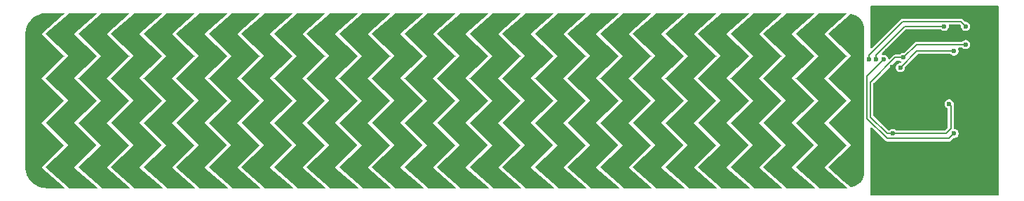
<source format=gbr>
%TF.GenerationSoftware,KiCad,Pcbnew,9.0.0-9.0.0-2~ubuntu24.04.1*%
%TF.CreationDate,2025-04-09T05:43:52-04:00*%
%TF.ProjectId,Touch,546f7563-682e-46b6-9963-61645f706362,rev?*%
%TF.SameCoordinates,Original*%
%TF.FileFunction,Copper,L2,Bot*%
%TF.FilePolarity,Positive*%
%FSLAX46Y46*%
G04 Gerber Fmt 4.6, Leading zero omitted, Abs format (unit mm)*
G04 Created by KiCad (PCBNEW 9.0.0-9.0.0-2~ubuntu24.04.1) date 2025-04-09 05:43:52*
%MOMM*%
%LPD*%
G01*
G04 APERTURE LIST*
%TA.AperFunction,SMDPad,CuDef*%
%ADD10C,1.524000*%
%TD*%
%TA.AperFunction,ViaPad*%
%ADD11C,0.600000*%
%TD*%
%TA.AperFunction,Conductor*%
%ADD12C,0.200000*%
%TD*%
G04 APERTURE END LIST*
D10*
%TO.P,CS1,1*%
%TO.N,/Capacitive_Touch_Sensor/SENSE1*%
X96800000Y-138940000D03*
%TO.P,CS1,2*%
%TO.N,/Capacitive_Touch_Sensor/SENSE2*%
X100721600Y-138940000D03*
%TO.P,CS1,3*%
%TO.N,/Capacitive_Touch_Sensor/SENSE3*%
X104643200Y-138940000D03*
%TO.P,CS1,4*%
%TO.N,/Capacitive_Touch_Sensor/SENSE4*%
X108564800Y-138940000D03*
%TO.P,CS1,5*%
%TO.N,/Capacitive_Touch_Sensor/SENSE5*%
X112486400Y-138940000D03*
%TO.P,CS1,6*%
%TO.N,/Capacitive_Touch_Sensor/SENSE6*%
X116408000Y-138940000D03*
%TO.P,CS1,7*%
%TO.N,/Capacitive_Touch_Sensor/SENSE7*%
X120329600Y-138940000D03*
%TO.P,CS1,8*%
%TO.N,/Capacitive_Touch_Sensor/SENSE8*%
X124251200Y-138940000D03*
%TO.P,CS1,9*%
%TO.N,/Capacitive_Touch_Sensor/SENSE9*%
X128172800Y-138940000D03*
%TO.P,CS1,10*%
%TO.N,/Capacitive_Touch_Sensor/SENSE10*%
X132094400Y-138940000D03*
%TO.P,CS1,11*%
%TO.N,/Capacitive_Touch_Sensor/SENSE11*%
X136016000Y-138940000D03*
%TO.P,CS1,12*%
%TO.N,/Capacitive_Touch_Sensor/SENSE12*%
X139937600Y-138940000D03*
%TO.P,CS1,13*%
%TO.N,/Capacitive_Touch_Sensor/SENSE13*%
X143859200Y-138940000D03*
%TO.P,CS1,14*%
%TO.N,/Capacitive_Touch_Sensor/SENSE14*%
X147780800Y-138940000D03*
%TO.P,CS1,15*%
%TO.N,/Capacitive_Touch_Sensor/SENSE15*%
X151702400Y-138940000D03*
%TO.P,CS1,16*%
%TO.N,/Capacitive_Touch_Sensor/SENSE16*%
X155624000Y-138940000D03*
%TO.P,CS1,17*%
%TO.N,/Capacitive_Touch_Sensor/SENSE17*%
X159545600Y-138940000D03*
%TO.P,CS1,18*%
%TO.N,/Capacitive_Touch_Sensor/SENSE18*%
X163467200Y-138940000D03*
%TO.P,CS1,19*%
%TO.N,/Capacitive_Touch_Sensor/SENSE19*%
X167388800Y-138940000D03*
%TO.P,CS1,20*%
%TO.N,/Capacitive_Touch_Sensor/SENSE20*%
X171310400Y-138940000D03*
%TO.P,CS1,21*%
%TO.N,/Capacitive_Touch_Sensor/SENSE21*%
X175232000Y-138940000D03*
%TO.P,CS1,22*%
%TO.N,/Capacitive_Touch_Sensor/SENSE22*%
X179153600Y-138940000D03*
%TO.P,CS1,23*%
%TO.N,/Capacitive_Touch_Sensor/SENSE23*%
X183075200Y-138940000D03*
%TO.P,CS1,24*%
%TO.N,/Capacitive_Touch_Sensor/SENSE24*%
X186996800Y-138940000D03*
%TO.P,CS1,25*%
%TO.N,/Capacitive_Touch_Sensor/SENSE25*%
X190918400Y-138940000D03*
%TO.P,CS1,26*%
%TO.N,/Capacitive_Touch_Sensor/SENSE26*%
X194840000Y-138940000D03*
%TD*%
D11*
%TO.N,Net-(U8-(PR{slash}SCL)P1[1])*%
X200600000Y-139000000D03*
X207100000Y-137000000D03*
%TO.N,Net-(U8-(PR{slash}SDA)P1[0])*%
X198600000Y-138000000D03*
X207100000Y-147000000D03*
%TO.N,/Capacitive_Touch_Sensor/ADDR0*%
X197700000Y-138000000D03*
X205900000Y-134000000D03*
%TO.N,/Capacitive_Touch_Sensor/ADDR1*%
X196800000Y-138000000D03*
X208500000Y-134000000D03*
%TO.N,/Capacitive_Touch_Sensor/SENSE17*%
X160500000Y-148500000D03*
%TO.N,/Capacitive_Touch_Sensor/SENSE18*%
X162500000Y-135000000D03*
%TO.N,/Capacitive_Touch_Sensor/SENSE1*%
X97500000Y-148500000D03*
%TO.N,/Capacitive_Touch_Sensor/SENSE22*%
X178500000Y-135000000D03*
%TO.N,/Capacitive_Touch_Sensor/SENSE26*%
X195000000Y-135100000D03*
%TO.N,/Capacitive_Touch_Sensor/SENSE10*%
X133000000Y-148500000D03*
%TO.N,/Capacitive_Touch_Sensor/SENSE8*%
X125500000Y-148500000D03*
%TO.N,/Capacitive_Touch_Sensor/SENSE14*%
X148500000Y-148500000D03*
%TO.N,/Capacitive_Touch_Sensor/SENSE21*%
X174500000Y-135000000D03*
%TO.N,/Capacitive_Touch_Sensor/SENSE23*%
X182500000Y-135000000D03*
%TO.N,/Capacitive_Touch_Sensor/SENSE3*%
X105500000Y-148500000D03*
%TO.N,/Capacitive_Touch_Sensor/SENSE20*%
X170500000Y-135000000D03*
%TO.N,/Capacitive_Touch_Sensor/SENSE24*%
X186500000Y-135000000D03*
%TO.N,/Capacitive_Touch_Sensor/SENSE15*%
X152500000Y-148500000D03*
%TO.N,/Capacitive_Touch_Sensor/SENSE12*%
X140500000Y-148500000D03*
%TO.N,/Capacitive_Touch_Sensor/SENSE13*%
X144500000Y-148500000D03*
%TO.N,/Capacitive_Touch_Sensor/SENSE16*%
X156500000Y-148500000D03*
%TO.N,/Capacitive_Touch_Sensor/SENSE7*%
X121500000Y-148500000D03*
%TO.N,/Capacitive_Touch_Sensor/SENSE4*%
X109500000Y-148500000D03*
%TO.N,/Capacitive_Touch_Sensor/SENSE9*%
X129000000Y-148500000D03*
%TO.N,/Capacitive_Touch_Sensor/SENSE5*%
X113500000Y-148500000D03*
%TO.N,/Capacitive_Touch_Sensor/SENSE19*%
X166500000Y-135000000D03*
%TO.N,/Capacitive_Touch_Sensor/SENSE11*%
X137000000Y-148500000D03*
%TO.N,/Capacitive_Touch_Sensor/SENSE6*%
X117500000Y-148500000D03*
%TO.N,/Capacitive_Touch_Sensor/SENSE2*%
X101500000Y-148500000D03*
%TO.N,/Capacitive_Touch_Sensor/SENSE25*%
X190500000Y-135000000D03*
%TO.N,VCC*%
X200975735Y-137775735D03*
X208500000Y-136200000D03*
X206500000Y-143400000D03*
X199700000Y-147000000D03*
%TO.N,GND1*%
X208500000Y-132500000D03*
X203000000Y-153000000D03*
X198500000Y-141500000D03*
X207000000Y-149000000D03*
X209000000Y-151000000D03*
X201500000Y-143000000D03*
X206000000Y-144500000D03*
X201500000Y-141500000D03*
X199661765Y-138961765D03*
X208000000Y-145500000D03*
X201000000Y-151000000D03*
X198500000Y-143000000D03*
X207000000Y-153000000D03*
X201500000Y-144500000D03*
X199000000Y-137000000D03*
X206000000Y-145500000D03*
X200000000Y-144500000D03*
X206000000Y-132000000D03*
X211000000Y-153000000D03*
X200000000Y-141500000D03*
X205000000Y-151000000D03*
X200000000Y-143000000D03*
X211000000Y-132000000D03*
X198500000Y-144500000D03*
X211000000Y-149000000D03*
X205000000Y-144500000D03*
X199000000Y-153000000D03*
X205000000Y-145500000D03*
X203500000Y-132500000D03*
%TD*%
D12*
%TO.N,Net-(U8-(PR{slash}SCL)P1[1])*%
X202600000Y-137000000D02*
X200600000Y-139000000D01*
X207100000Y-137000000D02*
X202600000Y-137000000D01*
%TO.N,Net-(U8-(PR{slash}SDA)P1[0])*%
X206499000Y-147601000D02*
X199033900Y-147601000D01*
X196600000Y-145167100D02*
X196600000Y-140000000D01*
X196600000Y-140000000D02*
X198600000Y-138000000D01*
X199033900Y-147601000D02*
X196600000Y-145167100D01*
X207100000Y-147000000D02*
X206499000Y-147601000D01*
%TO.N,/Capacitive_Touch_Sensor/ADDR0*%
X201150057Y-134000000D02*
X205900000Y-134000000D01*
X197700000Y-137450057D02*
X201150057Y-134000000D01*
X197700000Y-138000000D02*
X197700000Y-137450057D01*
%TO.N,/Capacitive_Touch_Sensor/ADDR1*%
X200900764Y-133400764D02*
X200902528Y-133399000D01*
X200902528Y-133399000D02*
X207899000Y-133399000D01*
X200900764Y-133400764D02*
X200902529Y-133399000D01*
X196800000Y-137501529D02*
X200900764Y-133400764D01*
X196800000Y-138000000D02*
X196800000Y-137501529D01*
X207899000Y-133399000D02*
X208500000Y-134000000D01*
%TO.N,/Capacitive_Touch_Sensor/SENSE17*%
X159545600Y-147545600D02*
X160500000Y-148500000D01*
X159545600Y-138940000D02*
X159545600Y-147545600D01*
%TO.N,/Capacitive_Touch_Sensor/SENSE18*%
X163467200Y-135967200D02*
X162500000Y-135000000D01*
X163467200Y-138940000D02*
X163467200Y-135967200D01*
%TO.N,/Capacitive_Touch_Sensor/SENSE1*%
X96800000Y-147800000D02*
X97500000Y-148500000D01*
X96800000Y-138940000D02*
X96800000Y-147800000D01*
%TO.N,/Capacitive_Touch_Sensor/SENSE22*%
X179153600Y-135653600D02*
X178500000Y-135000000D01*
X179153600Y-138940000D02*
X179153600Y-135653600D01*
%TO.N,/Capacitive_Touch_Sensor/SENSE10*%
X132094400Y-138940000D02*
X132094400Y-147594400D01*
X132094400Y-147594400D02*
X133000000Y-148500000D01*
%TO.N,/Capacitive_Touch_Sensor/SENSE8*%
X124251200Y-138940000D02*
X124251200Y-147251200D01*
X124251200Y-147251200D02*
X125500000Y-148500000D01*
%TO.N,/Capacitive_Touch_Sensor/SENSE14*%
X147780800Y-147780800D02*
X148500000Y-148500000D01*
X147780800Y-138940000D02*
X147780800Y-147780800D01*
%TO.N,/Capacitive_Touch_Sensor/SENSE21*%
X175232000Y-138940000D02*
X175232000Y-135732000D01*
X175232000Y-135732000D02*
X174500000Y-135000000D01*
%TO.N,/Capacitive_Touch_Sensor/SENSE23*%
X183075200Y-138940000D02*
X183075200Y-135575200D01*
X183075200Y-135575200D02*
X182500000Y-135000000D01*
%TO.N,/Capacitive_Touch_Sensor/SENSE3*%
X104643200Y-147643200D02*
X105500000Y-148500000D01*
X104643200Y-138940000D02*
X104643200Y-147643200D01*
%TO.N,/Capacitive_Touch_Sensor/SENSE20*%
X171310400Y-135810400D02*
X170500000Y-135000000D01*
X171310400Y-138940000D02*
X171310400Y-135810400D01*
%TO.N,/Capacitive_Touch_Sensor/SENSE24*%
X186996800Y-138940000D02*
X186996800Y-135496800D01*
X186996800Y-135496800D02*
X186500000Y-135000000D01*
%TO.N,/Capacitive_Touch_Sensor/SENSE15*%
X151702400Y-147702400D02*
X152500000Y-148500000D01*
X151702400Y-138940000D02*
X151702400Y-147702400D01*
%TO.N,/Capacitive_Touch_Sensor/SENSE12*%
X139937600Y-147937600D02*
X140500000Y-148500000D01*
X139937600Y-138940000D02*
X139937600Y-147937600D01*
%TO.N,/Capacitive_Touch_Sensor/SENSE13*%
X143859200Y-138940000D02*
X143859200Y-147859200D01*
X143859200Y-147859200D02*
X144500000Y-148500000D01*
%TO.N,/Capacitive_Touch_Sensor/SENSE16*%
X155624000Y-138940000D02*
X155624000Y-147624000D01*
X155624000Y-147624000D02*
X156500000Y-148500000D01*
%TO.N,/Capacitive_Touch_Sensor/SENSE7*%
X120329600Y-138940000D02*
X120329600Y-147329600D01*
X120329600Y-147329600D02*
X121500000Y-148500000D01*
%TO.N,/Capacitive_Touch_Sensor/SENSE4*%
X108564800Y-138940000D02*
X108564800Y-147564800D01*
X108564800Y-147564800D02*
X109500000Y-148500000D01*
%TO.N,/Capacitive_Touch_Sensor/SENSE9*%
X128172800Y-138940000D02*
X128172800Y-147672800D01*
X128172800Y-147672800D02*
X129000000Y-148500000D01*
%TO.N,/Capacitive_Touch_Sensor/SENSE5*%
X112486400Y-138940000D02*
X112486400Y-147486400D01*
X112486400Y-147486400D02*
X113500000Y-148500000D01*
%TO.N,/Capacitive_Touch_Sensor/SENSE19*%
X167388800Y-135888800D02*
X166500000Y-135000000D01*
X167388800Y-138940000D02*
X167388800Y-135888800D01*
%TO.N,/Capacitive_Touch_Sensor/SENSE11*%
X136016000Y-147516000D02*
X137000000Y-148500000D01*
X136016000Y-138940000D02*
X136016000Y-147516000D01*
%TO.N,/Capacitive_Touch_Sensor/SENSE6*%
X116408000Y-147408000D02*
X117500000Y-148500000D01*
X116408000Y-138940000D02*
X116408000Y-147408000D01*
%TO.N,/Capacitive_Touch_Sensor/SENSE2*%
X100721600Y-138940000D02*
X100721600Y-147721600D01*
X100721600Y-147721600D02*
X101500000Y-148500000D01*
%TO.N,VCC*%
X197000000Y-145000000D02*
X199000000Y-147000000D01*
X206700000Y-146400000D02*
X206100000Y-147000000D01*
X200975735Y-137775735D02*
X199999265Y-137775735D01*
X206500000Y-143400000D02*
X206700000Y-143600000D01*
X206100000Y-147000000D02*
X199700000Y-147000000D01*
X206700000Y-143600000D02*
X206700000Y-146400000D01*
X197000000Y-140775000D02*
X197000000Y-145000000D01*
X199000000Y-147000000D02*
X199700000Y-147000000D01*
X200975735Y-137775735D02*
X202551470Y-136200000D01*
X202551470Y-136200000D02*
X208500000Y-136200000D01*
X199999265Y-137775735D02*
X197000000Y-140775000D01*
%TD*%
%TA.AperFunction,Conductor*%
%TO.N,GND1*%
G36*
X212442539Y-131520185D02*
G01*
X212488294Y-131572989D01*
X212499500Y-131624500D01*
X212499500Y-154375500D01*
X212479815Y-154442539D01*
X212427011Y-154488294D01*
X212375500Y-154499500D01*
X197124000Y-154499500D01*
X197056961Y-154479815D01*
X197011206Y-154427011D01*
X197000000Y-154375500D01*
X197000000Y-146362143D01*
X197019685Y-146295104D01*
X197072489Y-146249349D01*
X197141647Y-146239405D01*
X197205203Y-146268430D01*
X197211671Y-146274453D01*
X198753431Y-147816212D01*
X198818688Y-147881469D01*
X198818691Y-147881470D01*
X198818694Y-147881473D01*
X198898606Y-147927611D01*
X198898607Y-147927611D01*
X198898612Y-147927614D01*
X198987756Y-147951500D01*
X198987758Y-147951500D01*
X206545142Y-147951500D01*
X206545144Y-147951500D01*
X206634288Y-147927614D01*
X206714212Y-147881470D01*
X207008863Y-147586819D01*
X207070186Y-147553334D01*
X207096544Y-147550500D01*
X207172472Y-147550500D01*
X207172475Y-147550500D01*
X207312485Y-147512984D01*
X207438015Y-147440509D01*
X207540509Y-147338015D01*
X207612984Y-147212485D01*
X207650500Y-147072475D01*
X207650500Y-146927525D01*
X207612984Y-146787515D01*
X207540509Y-146661985D01*
X207438015Y-146559491D01*
X207438013Y-146559490D01*
X207438011Y-146559488D01*
X207312488Y-146487017D01*
X207312489Y-146487017D01*
X207172471Y-146449499D01*
X207164415Y-146448439D01*
X207164655Y-146446609D01*
X207107461Y-146429815D01*
X207061706Y-146377011D01*
X207050500Y-146325500D01*
X207050500Y-143553855D01*
X207048197Y-143545261D01*
X207048198Y-143481066D01*
X207050500Y-143472476D01*
X207050500Y-143327527D01*
X207050500Y-143327525D01*
X207012984Y-143187515D01*
X206940509Y-143061985D01*
X206838015Y-142959491D01*
X206838013Y-142959490D01*
X206838011Y-142959488D01*
X206712488Y-142887017D01*
X206712489Y-142887017D01*
X206701006Y-142883940D01*
X206572475Y-142849500D01*
X206427525Y-142849500D01*
X206298993Y-142883940D01*
X206287511Y-142887017D01*
X206161988Y-142959488D01*
X206161982Y-142959493D01*
X206059493Y-143061982D01*
X206059488Y-143061988D01*
X205987017Y-143187511D01*
X205987016Y-143187515D01*
X205949500Y-143327525D01*
X205949500Y-143472475D01*
X205987016Y-143612485D01*
X205987017Y-143612488D01*
X206059488Y-143738011D01*
X206059490Y-143738013D01*
X206059491Y-143738015D01*
X206161985Y-143840509D01*
X206287500Y-143912975D01*
X206335716Y-143963542D01*
X206349500Y-144020362D01*
X206349500Y-146203456D01*
X206329815Y-146270495D01*
X206313181Y-146291137D01*
X205991137Y-146613181D01*
X205929814Y-146646666D01*
X205903456Y-146649500D01*
X200179386Y-146649500D01*
X200112347Y-146629815D01*
X200091705Y-146613181D01*
X200038017Y-146559493D01*
X200038011Y-146559488D01*
X199912488Y-146487017D01*
X199912489Y-146487017D01*
X199901006Y-146483940D01*
X199772475Y-146449500D01*
X199627525Y-146449500D01*
X199498993Y-146483940D01*
X199487511Y-146487017D01*
X199361988Y-146559488D01*
X199361982Y-146559493D01*
X199308295Y-146613181D01*
X199281367Y-146627884D01*
X199255549Y-146644477D01*
X199249348Y-146645368D01*
X199246972Y-146646666D01*
X199220614Y-146649500D01*
X199196544Y-146649500D01*
X199129505Y-146629815D01*
X199108863Y-146613181D01*
X197386819Y-144891137D01*
X197353334Y-144829814D01*
X197350500Y-144803456D01*
X197350500Y-140971543D01*
X197370185Y-140904504D01*
X197386819Y-140883862D01*
X200108127Y-138162554D01*
X200169450Y-138129069D01*
X200195808Y-138126235D01*
X200496349Y-138126235D01*
X200523131Y-138134099D01*
X200550655Y-138138759D01*
X200558816Y-138144577D01*
X200563388Y-138145920D01*
X200579862Y-138158575D01*
X200581988Y-138160512D01*
X200637720Y-138216244D01*
X200652563Y-138224813D01*
X200662470Y-138233840D01*
X200673939Y-138252704D01*
X200689173Y-138268681D01*
X200691734Y-138281972D01*
X200698768Y-138293541D01*
X200698217Y-138315613D01*
X200702395Y-138337288D01*
X200697364Y-138349853D01*
X200697027Y-138363389D01*
X200684631Y-138381658D01*
X200676427Y-138402153D01*
X200665398Y-138410006D01*
X200657799Y-138421207D01*
X200637498Y-138429873D01*
X200619512Y-138442681D01*
X200599688Y-138446014D01*
X200593540Y-138448639D01*
X200588825Y-138447840D01*
X200578957Y-138449500D01*
X200527525Y-138449500D01*
X200423906Y-138477265D01*
X200387511Y-138487017D01*
X200261988Y-138559488D01*
X200261982Y-138559493D01*
X200159493Y-138661982D01*
X200159488Y-138661988D01*
X200087017Y-138787511D01*
X200087016Y-138787515D01*
X200049500Y-138927525D01*
X200049500Y-139072475D01*
X200087016Y-139212485D01*
X200087017Y-139212488D01*
X200159488Y-139338011D01*
X200159490Y-139338013D01*
X200159491Y-139338015D01*
X200261985Y-139440509D01*
X200261986Y-139440510D01*
X200261988Y-139440511D01*
X200387511Y-139512982D01*
X200387512Y-139512982D01*
X200387515Y-139512984D01*
X200527525Y-139550500D01*
X200527528Y-139550500D01*
X200672472Y-139550500D01*
X200672475Y-139550500D01*
X200812485Y-139512984D01*
X200938015Y-139440509D01*
X201040509Y-139338015D01*
X201112984Y-139212485D01*
X201150500Y-139072475D01*
X201150500Y-138996544D01*
X201170185Y-138929505D01*
X201186819Y-138908863D01*
X202708863Y-137386819D01*
X202770186Y-137353334D01*
X202796544Y-137350500D01*
X206620614Y-137350500D01*
X206687653Y-137370185D01*
X206708295Y-137386819D01*
X206761985Y-137440509D01*
X206761986Y-137440510D01*
X206761988Y-137440511D01*
X206887511Y-137512982D01*
X206887512Y-137512982D01*
X206887515Y-137512984D01*
X207027525Y-137550500D01*
X207027528Y-137550500D01*
X207172472Y-137550500D01*
X207172475Y-137550500D01*
X207312485Y-137512984D01*
X207438015Y-137440509D01*
X207540509Y-137338015D01*
X207612984Y-137212485D01*
X207650500Y-137072475D01*
X207650500Y-136927525D01*
X207612984Y-136787515D01*
X207612982Y-136787511D01*
X207583531Y-136736500D01*
X207567058Y-136668600D01*
X207589911Y-136602573D01*
X207644832Y-136559382D01*
X207690918Y-136550500D01*
X208020614Y-136550500D01*
X208087653Y-136570185D01*
X208108295Y-136586819D01*
X208161985Y-136640509D01*
X208161986Y-136640510D01*
X208161988Y-136640511D01*
X208287511Y-136712982D01*
X208287512Y-136712982D01*
X208287515Y-136712984D01*
X208427525Y-136750500D01*
X208427528Y-136750500D01*
X208572472Y-136750500D01*
X208572475Y-136750500D01*
X208712485Y-136712984D01*
X208838015Y-136640509D01*
X208940509Y-136538015D01*
X209012984Y-136412485D01*
X209050500Y-136272475D01*
X209050500Y-136127525D01*
X209012984Y-135987515D01*
X208973733Y-135919531D01*
X208940511Y-135861988D01*
X208940506Y-135861982D01*
X208838017Y-135759493D01*
X208838011Y-135759488D01*
X208712488Y-135687017D01*
X208712489Y-135687017D01*
X208701006Y-135683940D01*
X208572475Y-135649500D01*
X208427525Y-135649500D01*
X208298993Y-135683940D01*
X208287511Y-135687017D01*
X208161988Y-135759488D01*
X208161982Y-135759493D01*
X208108295Y-135813181D01*
X208046972Y-135846666D01*
X208020614Y-135849500D01*
X202505326Y-135849500D01*
X202416182Y-135873386D01*
X202416179Y-135873387D01*
X202336261Y-135919527D01*
X202336256Y-135919531D01*
X201066872Y-137188916D01*
X201005549Y-137222401D01*
X200979191Y-137225235D01*
X200903260Y-137225235D01*
X200774728Y-137259675D01*
X200763246Y-137262752D01*
X200637723Y-137335223D01*
X200637717Y-137335228D01*
X200584030Y-137388916D01*
X200522707Y-137422401D01*
X200496349Y-137425235D01*
X199953121Y-137425235D01*
X199863977Y-137449121D01*
X199863976Y-137449121D01*
X199863974Y-137449122D01*
X199863971Y-137449123D01*
X199784059Y-137495261D01*
X199784050Y-137495268D01*
X199344906Y-137934412D01*
X199283583Y-137967897D01*
X199213891Y-137962913D01*
X199157958Y-137921041D01*
X199137451Y-137878828D01*
X199112984Y-137787515D01*
X199040509Y-137661985D01*
X198938015Y-137559491D01*
X198938013Y-137559490D01*
X198938011Y-137559488D01*
X198812488Y-137487017D01*
X198812489Y-137487017D01*
X198801006Y-137483940D01*
X198672475Y-137449500D01*
X198527525Y-137449500D01*
X198527520Y-137449500D01*
X198521977Y-137450986D01*
X198452127Y-137449320D01*
X198394267Y-137410155D01*
X198366765Y-137345926D01*
X198378355Y-137277024D01*
X198402205Y-137243532D01*
X201258919Y-134386819D01*
X201320242Y-134353334D01*
X201346600Y-134350500D01*
X205420614Y-134350500D01*
X205487653Y-134370185D01*
X205508295Y-134386819D01*
X205561985Y-134440509D01*
X205561986Y-134440510D01*
X205561988Y-134440511D01*
X205687511Y-134512982D01*
X205687512Y-134512982D01*
X205687515Y-134512984D01*
X205827525Y-134550500D01*
X205827528Y-134550500D01*
X205972472Y-134550500D01*
X205972475Y-134550500D01*
X206112485Y-134512984D01*
X206238015Y-134440509D01*
X206340509Y-134338015D01*
X206412984Y-134212485D01*
X206450500Y-134072475D01*
X206450500Y-133927525D01*
X206444623Y-133905592D01*
X206446286Y-133835743D01*
X206485449Y-133777881D01*
X206549677Y-133750377D01*
X206564398Y-133749500D01*
X207702456Y-133749500D01*
X207731899Y-133758145D01*
X207761882Y-133764668D01*
X207766897Y-133768422D01*
X207769495Y-133769185D01*
X207790132Y-133785814D01*
X207913182Y-133908863D01*
X207946666Y-133970184D01*
X207949500Y-133996543D01*
X207949500Y-134072475D01*
X207987016Y-134212485D01*
X207987017Y-134212488D01*
X208059488Y-134338011D01*
X208059490Y-134338013D01*
X208059491Y-134338015D01*
X208161985Y-134440509D01*
X208161986Y-134440510D01*
X208161988Y-134440511D01*
X208287511Y-134512982D01*
X208287512Y-134512982D01*
X208287515Y-134512984D01*
X208427525Y-134550500D01*
X208427528Y-134550500D01*
X208572472Y-134550500D01*
X208572475Y-134550500D01*
X208712485Y-134512984D01*
X208838015Y-134440509D01*
X208940509Y-134338015D01*
X209012984Y-134212485D01*
X209050500Y-134072475D01*
X209050500Y-133927525D01*
X209012984Y-133787515D01*
X209012004Y-133785818D01*
X208940511Y-133661988D01*
X208940506Y-133661982D01*
X208838017Y-133559493D01*
X208838011Y-133559488D01*
X208712488Y-133487017D01*
X208712489Y-133487017D01*
X208701006Y-133483940D01*
X208572475Y-133449500D01*
X208572472Y-133449500D01*
X208496544Y-133449500D01*
X208429505Y-133429815D01*
X208408863Y-133413181D01*
X208114213Y-133118531D01*
X208114208Y-133118527D01*
X208034289Y-133072386D01*
X208034191Y-133072360D01*
X208034150Y-133072335D01*
X208034147Y-133072348D01*
X207989645Y-133060424D01*
X207945144Y-133048500D01*
X207945143Y-133048500D01*
X200899078Y-133048500D01*
X200856484Y-133048488D01*
X200856439Y-133048500D01*
X200856384Y-133048500D01*
X200856381Y-133048500D01*
X200809400Y-133061087D01*
X200809401Y-133061088D01*
X200809168Y-133061150D01*
X200809167Y-133061151D01*
X200767333Y-133072348D01*
X200767290Y-133072372D01*
X200767240Y-133072386D01*
X200766998Y-133072525D01*
X200766996Y-133072526D01*
X200731576Y-133092975D01*
X200724816Y-133096879D01*
X200687396Y-133118470D01*
X200687363Y-133118502D01*
X200687316Y-133118530D01*
X200687077Y-133118768D01*
X200687073Y-133118771D01*
X200685553Y-133120292D01*
X200685552Y-133120294D01*
X200653029Y-133152816D01*
X200653007Y-133152837D01*
X200615080Y-133190743D01*
X200614920Y-133190924D01*
X197211681Y-136594164D01*
X197150358Y-136627649D01*
X197080666Y-136622665D01*
X197024733Y-136580793D01*
X197000316Y-136515329D01*
X197000000Y-136506483D01*
X197000000Y-131624500D01*
X197019685Y-131557461D01*
X197072489Y-131511706D01*
X197124000Y-131500500D01*
X212375500Y-131500500D01*
X212442539Y-131520185D01*
G37*
%TD.AperFunction*%
%TD*%
%TA.AperFunction,Conductor*%
%TO.N,/Capacitive_Touch_Sensor/SENSE22*%
G36*
X182393727Y-132382826D02*
G01*
X182406453Y-132413550D01*
X182393727Y-132444274D01*
X182391615Y-132446249D01*
X179579347Y-134906981D01*
X179579347Y-134906983D01*
X182337644Y-137571247D01*
X182350901Y-137601746D01*
X182338710Y-137632685D01*
X182337644Y-137633751D01*
X179576000Y-140301249D01*
X179576000Y-140301250D01*
X182337644Y-142968748D01*
X182350901Y-142999247D01*
X182338710Y-143030186D01*
X182337644Y-143031252D01*
X179576000Y-145698749D01*
X179576000Y-145698750D01*
X182337644Y-148366248D01*
X182350901Y-148396747D01*
X182338710Y-148427686D01*
X182337644Y-148428752D01*
X179579347Y-151093016D01*
X179579347Y-151093018D01*
X182391615Y-153553751D01*
X182406357Y-153583560D01*
X182395702Y-153615062D01*
X182365893Y-153629804D01*
X182363003Y-153629900D01*
X179049961Y-153629900D01*
X179021349Y-153619149D01*
X178980676Y-153583560D01*
X176177294Y-151130601D01*
X176162553Y-151100793D01*
X176173208Y-151069291D01*
X176175712Y-151066660D01*
X178939078Y-148397500D01*
X176177432Y-145730001D01*
X176164176Y-145699503D01*
X176176367Y-145668564D01*
X176177433Y-145667498D01*
X178939078Y-143000000D01*
X178939078Y-142999999D01*
X176177433Y-140332501D01*
X176164176Y-140302002D01*
X176176367Y-140271063D01*
X176177403Y-140270026D01*
X178939078Y-137602500D01*
X176175721Y-134933348D01*
X176162464Y-134902849D01*
X176174655Y-134871910D01*
X176177275Y-134869415D01*
X179021349Y-132380850D01*
X179049961Y-132370100D01*
X182363003Y-132370100D01*
X182393727Y-132382826D01*
G37*
%TD.AperFunction*%
%TD*%
%TA.AperFunction,Conductor*%
%TO.N,/Capacitive_Touch_Sensor/SENSE6*%
G36*
X119401727Y-132382826D02*
G01*
X119414453Y-132413550D01*
X119401727Y-132444274D01*
X119399615Y-132446249D01*
X116587347Y-134906981D01*
X116587347Y-134906983D01*
X119345644Y-137571247D01*
X119358901Y-137601746D01*
X119346710Y-137632685D01*
X119345644Y-137633751D01*
X116584000Y-140301249D01*
X116584000Y-140301250D01*
X119345644Y-142968748D01*
X119358901Y-142999247D01*
X119346710Y-143030186D01*
X119345644Y-143031252D01*
X116584000Y-145698749D01*
X116584000Y-145698750D01*
X119345644Y-148366248D01*
X119358901Y-148396747D01*
X119346710Y-148427686D01*
X119345644Y-148428752D01*
X116587347Y-151093016D01*
X116587347Y-151093018D01*
X119399615Y-153553751D01*
X119414357Y-153583560D01*
X119403702Y-153615062D01*
X119373893Y-153629804D01*
X119371003Y-153629900D01*
X116057961Y-153629900D01*
X116029349Y-153619149D01*
X115988676Y-153583560D01*
X113185294Y-151130601D01*
X113170553Y-151100793D01*
X113181208Y-151069291D01*
X113183712Y-151066660D01*
X115947078Y-148397500D01*
X113185432Y-145730001D01*
X113172176Y-145699503D01*
X113184367Y-145668564D01*
X113185433Y-145667498D01*
X115947078Y-143000000D01*
X115947078Y-142999999D01*
X113185433Y-140332501D01*
X113172176Y-140302002D01*
X113184367Y-140271063D01*
X113185403Y-140270026D01*
X115947078Y-137602500D01*
X113183721Y-134933348D01*
X113170464Y-134902849D01*
X113182655Y-134871910D01*
X113185275Y-134869415D01*
X116029349Y-132380850D01*
X116057961Y-132370100D01*
X119371003Y-132370100D01*
X119401727Y-132382826D01*
G37*
%TD.AperFunction*%
%TD*%
%TA.AperFunction,Conductor*%
%TO.N,/Capacitive_Touch_Sensor/SENSE1*%
G36*
X99716727Y-132382826D02*
G01*
X99729453Y-132413550D01*
X99716727Y-132444274D01*
X99714621Y-132446243D01*
X99458898Y-132670001D01*
X96902347Y-134906981D01*
X96902347Y-134906983D01*
X99660644Y-137571247D01*
X99673901Y-137601746D01*
X99661710Y-137632685D01*
X99660644Y-137633751D01*
X96899000Y-140301249D01*
X96899000Y-140301250D01*
X99660644Y-142968748D01*
X99673901Y-142999247D01*
X99661710Y-143030186D01*
X99660644Y-143031252D01*
X96899000Y-145698749D01*
X96899000Y-145698750D01*
X99660644Y-148366248D01*
X99673901Y-148396747D01*
X99661710Y-148427686D01*
X99660644Y-148428752D01*
X96902347Y-151093016D01*
X96902347Y-151093018D01*
X98942066Y-152877771D01*
X99714517Y-153553666D01*
X99714615Y-153553751D01*
X99729357Y-153583560D01*
X99718702Y-153615062D01*
X99688893Y-153629804D01*
X99686003Y-153629900D01*
X97595170Y-153629900D01*
X97592547Y-153629821D01*
X97282260Y-153611052D01*
X97277051Y-153610419D01*
X96969952Y-153554140D01*
X96964858Y-153552885D01*
X96666767Y-153459997D01*
X96661868Y-153458139D01*
X96461200Y-153367825D01*
X96377151Y-153329998D01*
X96372506Y-153327560D01*
X96105308Y-153166033D01*
X96100990Y-153163052D01*
X95855221Y-152970505D01*
X95851293Y-152967026D01*
X95630512Y-152746245D01*
X95627033Y-152742317D01*
X95434486Y-152496548D01*
X95431505Y-152492230D01*
X95269978Y-152225032D01*
X95267540Y-152220387D01*
X95139395Y-151935661D01*
X95137545Y-151930782D01*
X95044651Y-151632675D01*
X95043398Y-151627586D01*
X94987119Y-151320487D01*
X94986487Y-151315286D01*
X94967718Y-151004992D01*
X94967639Y-151002369D01*
X94967639Y-134996249D01*
X94967956Y-134991012D01*
X94978159Y-134906981D01*
X95042593Y-134376318D01*
X95044240Y-134368642D01*
X95137546Y-134069215D01*
X95139394Y-134064340D01*
X95267545Y-133779602D01*
X95269978Y-133774967D01*
X95431505Y-133507769D01*
X95434486Y-133503451D01*
X95627040Y-133257673D01*
X95630504Y-133253762D01*
X95851301Y-133032965D01*
X95855212Y-133029501D01*
X96100993Y-132836944D01*
X96105308Y-132833966D01*
X96372510Y-132672436D01*
X96377141Y-132670006D01*
X96661882Y-132541854D01*
X96666750Y-132540008D01*
X96964866Y-132447111D01*
X96969943Y-132445861D01*
X97277061Y-132389578D01*
X97282250Y-132388948D01*
X97592547Y-132370179D01*
X97595170Y-132370100D01*
X99686003Y-132370100D01*
X99716727Y-132382826D01*
G37*
%TD.AperFunction*%
%TD*%
%TA.AperFunction,Conductor*%
%TO.N,/Capacitive_Touch_Sensor/SENSE20*%
G36*
X174519727Y-132382826D02*
G01*
X174532453Y-132413550D01*
X174519727Y-132444274D01*
X174517615Y-132446249D01*
X171705347Y-134906981D01*
X171705347Y-134906983D01*
X174463644Y-137571247D01*
X174476901Y-137601746D01*
X174464710Y-137632685D01*
X174463644Y-137633751D01*
X171702000Y-140301249D01*
X171702000Y-140301250D01*
X174463644Y-142968748D01*
X174476901Y-142999247D01*
X174464710Y-143030186D01*
X174463644Y-143031252D01*
X171702000Y-145698749D01*
X171702000Y-145698750D01*
X174463644Y-148366248D01*
X174476901Y-148396747D01*
X174464710Y-148427686D01*
X174463644Y-148428752D01*
X171705347Y-151093016D01*
X171705347Y-151093018D01*
X174517615Y-153553751D01*
X174532357Y-153583560D01*
X174521702Y-153615062D01*
X174491893Y-153629804D01*
X174489003Y-153629900D01*
X171175961Y-153629900D01*
X171147349Y-153619149D01*
X171106676Y-153583560D01*
X168303294Y-151130601D01*
X168288553Y-151100793D01*
X168299208Y-151069291D01*
X168301712Y-151066660D01*
X171065078Y-148397500D01*
X168303432Y-145730001D01*
X168290176Y-145699503D01*
X168302367Y-145668564D01*
X168303433Y-145667498D01*
X171065078Y-143000000D01*
X171065078Y-142999999D01*
X168303433Y-140332502D01*
X168290176Y-140302003D01*
X168302367Y-140271064D01*
X168303433Y-140269998D01*
X171065078Y-137602503D01*
X171065078Y-137602496D01*
X168301721Y-134933348D01*
X168288464Y-134902849D01*
X168300655Y-134871910D01*
X168303275Y-134869415D01*
X171147349Y-132380850D01*
X171175961Y-132370100D01*
X174489003Y-132370100D01*
X174519727Y-132382826D01*
G37*
%TD.AperFunction*%
%TD*%
%TA.AperFunction,Conductor*%
%TO.N,/Capacitive_Touch_Sensor/SENSE8*%
G36*
X127275727Y-132382826D02*
G01*
X127288453Y-132413550D01*
X127275727Y-132444274D01*
X127273615Y-132446249D01*
X124461347Y-134906981D01*
X124461347Y-134906983D01*
X127219644Y-137571247D01*
X127232901Y-137601746D01*
X127220710Y-137632685D01*
X127219644Y-137633751D01*
X124458000Y-140301249D01*
X124458000Y-140301250D01*
X127219644Y-142968748D01*
X127232901Y-142999247D01*
X127220710Y-143030186D01*
X127219644Y-143031252D01*
X124458000Y-145698749D01*
X124458000Y-145698750D01*
X127219644Y-148366248D01*
X127232901Y-148396747D01*
X127220710Y-148427686D01*
X127219644Y-148428752D01*
X124461347Y-151093016D01*
X124461347Y-151093018D01*
X127273615Y-153553751D01*
X127288357Y-153583560D01*
X127277702Y-153615062D01*
X127247893Y-153629804D01*
X127245003Y-153629900D01*
X123931961Y-153629900D01*
X123903349Y-153619149D01*
X123862676Y-153583560D01*
X121059294Y-151130601D01*
X121044553Y-151100793D01*
X121055208Y-151069291D01*
X121057712Y-151066660D01*
X123821078Y-148397500D01*
X121059432Y-145730001D01*
X121046176Y-145699503D01*
X121058367Y-145668564D01*
X121059433Y-145667498D01*
X123821078Y-143000000D01*
X123821078Y-142999999D01*
X121059433Y-140332501D01*
X121046176Y-140302002D01*
X121058367Y-140271063D01*
X121059403Y-140270026D01*
X123821078Y-137602500D01*
X121057721Y-134933348D01*
X121044464Y-134902849D01*
X121056655Y-134871910D01*
X121059275Y-134869415D01*
X123903349Y-132380850D01*
X123931961Y-132370100D01*
X127245003Y-132370100D01*
X127275727Y-132382826D01*
G37*
%TD.AperFunction*%
%TD*%
%TA.AperFunction,Conductor*%
%TO.N,/Capacitive_Touch_Sensor/SENSE23*%
G36*
X186330727Y-132382826D02*
G01*
X186343453Y-132413550D01*
X186330727Y-132444274D01*
X186328615Y-132446249D01*
X183516347Y-134906981D01*
X183516347Y-134906983D01*
X186274644Y-137571247D01*
X186287901Y-137601746D01*
X186275710Y-137632685D01*
X186274644Y-137633751D01*
X183513000Y-140301249D01*
X183513000Y-140301250D01*
X186274644Y-142968748D01*
X186287901Y-142999247D01*
X186275710Y-143030186D01*
X186274644Y-143031252D01*
X183513000Y-145698749D01*
X183513000Y-145698750D01*
X186274644Y-148366248D01*
X186287901Y-148396747D01*
X186275710Y-148427686D01*
X186274644Y-148428752D01*
X183516347Y-151093016D01*
X183516347Y-151093018D01*
X186328615Y-153553751D01*
X186343357Y-153583560D01*
X186332702Y-153615062D01*
X186302893Y-153629804D01*
X186300003Y-153629900D01*
X182986961Y-153629900D01*
X182958349Y-153619149D01*
X182917676Y-153583560D01*
X180114294Y-151130601D01*
X180099553Y-151100793D01*
X180110208Y-151069291D01*
X180112712Y-151066660D01*
X180664659Y-150533529D01*
X182876078Y-148397503D01*
X182876078Y-148397496D01*
X180114433Y-145730001D01*
X180101176Y-145699502D01*
X180113367Y-145668563D01*
X180114403Y-145667526D01*
X182876078Y-143000000D01*
X182876078Y-142999999D01*
X180114433Y-140332501D01*
X180101176Y-140302002D01*
X180113367Y-140271063D01*
X180114403Y-140270026D01*
X182876078Y-137602500D01*
X180112721Y-134933348D01*
X180099464Y-134902849D01*
X180111655Y-134871910D01*
X180114275Y-134869415D01*
X182958349Y-132380850D01*
X182986961Y-132370100D01*
X186300003Y-132370100D01*
X186330727Y-132382826D01*
G37*
%TD.AperFunction*%
%TD*%
%TA.AperFunction,Conductor*%
%TO.N,/Capacitive_Touch_Sensor/SENSE26*%
G36*
X194693142Y-132493316D02*
G01*
X195226230Y-132685988D01*
X195234575Y-132690060D01*
X195468655Y-132837147D01*
X195473642Y-132840802D01*
X195683156Y-133018645D01*
X195687580Y-133022979D01*
X195869651Y-133228828D01*
X195873416Y-133233753D01*
X196024331Y-133463407D01*
X196027358Y-133468818D01*
X196144059Y-133717622D01*
X196146284Y-133723408D01*
X196226384Y-133986275D01*
X196227764Y-133992319D01*
X196269642Y-134263923D01*
X196270147Y-134270102D01*
X196272945Y-134544900D01*
X196272565Y-134551087D01*
X196237439Y-134814396D01*
X196237439Y-151185603D01*
X196272565Y-151448912D01*
X196272945Y-151455099D01*
X196270147Y-151729897D01*
X196269642Y-151736076D01*
X196227764Y-152007680D01*
X196226384Y-152013724D01*
X196146284Y-152276591D01*
X196144059Y-152282377D01*
X196027358Y-152531181D01*
X196024331Y-152536592D01*
X195873416Y-152766246D01*
X195869651Y-152771171D01*
X195687580Y-152977020D01*
X195683152Y-152981358D01*
X195473649Y-153159192D01*
X195468648Y-153162857D01*
X195235959Y-153309070D01*
X195230488Y-153311985D01*
X194979367Y-153423592D01*
X194973537Y-153425699D01*
X194688579Y-153506228D01*
X194655552Y-153502337D01*
X194648262Y-153497212D01*
X193810143Y-152768847D01*
X191925285Y-151130815D01*
X191910442Y-151101056D01*
X191920990Y-151069518D01*
X191923591Y-151066775D01*
X194687078Y-148397500D01*
X191925432Y-145730001D01*
X191912176Y-145699503D01*
X191924367Y-145668564D01*
X191925433Y-145667498D01*
X194687078Y-143000000D01*
X194687078Y-142999999D01*
X191925433Y-140332502D01*
X191912176Y-140302003D01*
X191924367Y-140271064D01*
X191925433Y-140269998D01*
X194687078Y-137602500D01*
X194687078Y-137602499D01*
X191923600Y-134933232D01*
X191910343Y-134902733D01*
X191922534Y-134871794D01*
X191925273Y-134869194D01*
X194649878Y-132501383D01*
X194681415Y-132490836D01*
X194693142Y-132493316D01*
G37*
%TD.AperFunction*%
%TD*%
%TA.AperFunction,Conductor*%
%TO.N,/Capacitive_Touch_Sensor/SENSE21*%
G36*
X178456727Y-132382826D02*
G01*
X178469453Y-132413550D01*
X178456727Y-132444274D01*
X178454615Y-132446249D01*
X175642347Y-134906981D01*
X175642347Y-134906983D01*
X178400644Y-137571247D01*
X178413901Y-137601746D01*
X178401710Y-137632685D01*
X178400644Y-137633751D01*
X175639000Y-140301249D01*
X175639000Y-140301250D01*
X178400644Y-142968748D01*
X178413901Y-142999247D01*
X178401710Y-143030186D01*
X178400644Y-143031252D01*
X175639000Y-145698749D01*
X175639000Y-145698750D01*
X178400644Y-148366248D01*
X178413901Y-148396747D01*
X178401710Y-148427686D01*
X178400644Y-148428752D01*
X175642347Y-151093016D01*
X175642347Y-151093018D01*
X178454615Y-153553751D01*
X178469357Y-153583560D01*
X178458702Y-153615062D01*
X178428893Y-153629804D01*
X178426003Y-153629900D01*
X175112961Y-153629900D01*
X175084349Y-153619149D01*
X175043676Y-153583560D01*
X172240294Y-151130601D01*
X172225553Y-151100793D01*
X172236208Y-151069291D01*
X172238712Y-151066660D01*
X175002078Y-148397500D01*
X172240432Y-145730001D01*
X172227176Y-145699503D01*
X172239367Y-145668564D01*
X172240433Y-145667498D01*
X175002078Y-143000000D01*
X175002078Y-142999999D01*
X172240433Y-140332501D01*
X172227176Y-140302002D01*
X172239367Y-140271063D01*
X172240403Y-140270026D01*
X175002078Y-137602500D01*
X172238721Y-134933348D01*
X172225464Y-134902849D01*
X172237655Y-134871910D01*
X172240275Y-134869415D01*
X175084349Y-132380850D01*
X175112961Y-132370100D01*
X178426003Y-132370100D01*
X178456727Y-132382826D01*
G37*
%TD.AperFunction*%
%TD*%
%TA.AperFunction,Conductor*%
%TO.N,/Capacitive_Touch_Sensor/SENSE25*%
G36*
X194204727Y-132382826D02*
G01*
X194217453Y-132413550D01*
X194204727Y-132444274D01*
X194202615Y-132446249D01*
X191390347Y-134906981D01*
X191390347Y-134906983D01*
X194148644Y-137571247D01*
X194161901Y-137601746D01*
X194149710Y-137632685D01*
X194148644Y-137633751D01*
X191387000Y-140301249D01*
X191387000Y-140301250D01*
X194148644Y-142968748D01*
X194161901Y-142999247D01*
X194149710Y-143030186D01*
X194148644Y-143031252D01*
X191387000Y-145698749D01*
X191387000Y-145698750D01*
X194148644Y-148366248D01*
X194161901Y-148396747D01*
X194149710Y-148427686D01*
X194148644Y-148428752D01*
X191390347Y-151093016D01*
X191390347Y-151093018D01*
X194202615Y-153553751D01*
X194217357Y-153583560D01*
X194206702Y-153615062D01*
X194176893Y-153629804D01*
X194174003Y-153629900D01*
X190860961Y-153629900D01*
X190832349Y-153619149D01*
X190791676Y-153583560D01*
X187988294Y-151130601D01*
X187973553Y-151100793D01*
X187984208Y-151069291D01*
X187986712Y-151066660D01*
X188538659Y-150533529D01*
X190750078Y-148397503D01*
X190750078Y-148397496D01*
X187988433Y-145730001D01*
X187975176Y-145699502D01*
X187987367Y-145668563D01*
X187988403Y-145667526D01*
X190750078Y-143000000D01*
X190750078Y-142999999D01*
X187988433Y-140332501D01*
X187975176Y-140302002D01*
X187987367Y-140271063D01*
X187988403Y-140270026D01*
X190750078Y-137602500D01*
X187986721Y-134933348D01*
X187973464Y-134902849D01*
X187985655Y-134871910D01*
X187988275Y-134869415D01*
X190832349Y-132380850D01*
X190860961Y-132370100D01*
X194174003Y-132370100D01*
X194204727Y-132382826D01*
G37*
%TD.AperFunction*%
%TD*%
%TA.AperFunction,Conductor*%
%TO.N,/Capacitive_Touch_Sensor/SENSE14*%
G36*
X150897727Y-132382826D02*
G01*
X150910453Y-132413550D01*
X150897727Y-132444274D01*
X150895615Y-132446249D01*
X148083347Y-134906981D01*
X148083347Y-134906983D01*
X150841644Y-137571247D01*
X150854901Y-137601746D01*
X150842710Y-137632685D01*
X150841644Y-137633751D01*
X148080000Y-140301249D01*
X148080000Y-140301250D01*
X150841644Y-142968748D01*
X150854901Y-142999247D01*
X150842710Y-143030186D01*
X150841644Y-143031252D01*
X148080000Y-145698749D01*
X148080000Y-145698750D01*
X150841644Y-148366248D01*
X150854901Y-148396747D01*
X150842710Y-148427686D01*
X150841644Y-148428752D01*
X148083347Y-151093016D01*
X148083347Y-151093018D01*
X150895615Y-153553751D01*
X150910357Y-153583560D01*
X150899702Y-153615062D01*
X150869893Y-153629804D01*
X150867003Y-153629900D01*
X147553961Y-153629900D01*
X147525349Y-153619149D01*
X147484676Y-153583560D01*
X144681294Y-151130601D01*
X144666553Y-151100793D01*
X144677208Y-151069291D01*
X144679712Y-151066660D01*
X145862894Y-149923813D01*
X147443078Y-148397501D01*
X147443078Y-148397498D01*
X144681433Y-145730001D01*
X144668176Y-145699502D01*
X144680367Y-145668563D01*
X144681403Y-145667526D01*
X147443078Y-143000000D01*
X147443078Y-142999999D01*
X144681433Y-140332501D01*
X144668176Y-140302002D01*
X144680367Y-140271063D01*
X144681403Y-140270026D01*
X147443078Y-137602500D01*
X144679721Y-134933348D01*
X144666464Y-134902849D01*
X144678655Y-134871910D01*
X144681275Y-134869415D01*
X147525349Y-132380850D01*
X147553961Y-132370100D01*
X150867003Y-132370100D01*
X150897727Y-132382826D01*
G37*
%TD.AperFunction*%
%TD*%
%TA.AperFunction,Conductor*%
%TO.N,/Capacitive_Touch_Sensor/SENSE17*%
G36*
X162708727Y-132382826D02*
G01*
X162721453Y-132413550D01*
X162708727Y-132444274D01*
X162706615Y-132446249D01*
X159894347Y-134906981D01*
X159894347Y-134906983D01*
X162652644Y-137571247D01*
X162665901Y-137601746D01*
X162653710Y-137632685D01*
X162652644Y-137633751D01*
X159891000Y-140301249D01*
X159891000Y-140301250D01*
X162652644Y-142968748D01*
X162665901Y-142999247D01*
X162653710Y-143030186D01*
X162652644Y-143031252D01*
X159891000Y-145698749D01*
X159891000Y-145698750D01*
X162652644Y-148366248D01*
X162665901Y-148396747D01*
X162653710Y-148427686D01*
X162652644Y-148428752D01*
X159894347Y-151093016D01*
X159894347Y-151093018D01*
X162706615Y-153553751D01*
X162721357Y-153583560D01*
X162710702Y-153615062D01*
X162680893Y-153629804D01*
X162678003Y-153629900D01*
X159364961Y-153629900D01*
X159336349Y-153619149D01*
X159295676Y-153583560D01*
X156492294Y-151130601D01*
X156477553Y-151100793D01*
X156488208Y-151069291D01*
X156490712Y-151066660D01*
X157673894Y-149923813D01*
X159254078Y-148397501D01*
X159254078Y-148397498D01*
X156492433Y-145730001D01*
X156479176Y-145699502D01*
X156491367Y-145668563D01*
X156492403Y-145667526D01*
X159254078Y-143000000D01*
X159254078Y-142999999D01*
X156492433Y-140332501D01*
X156479176Y-140302002D01*
X156491367Y-140271063D01*
X156492403Y-140270026D01*
X159254078Y-137602500D01*
X156490721Y-134933348D01*
X156477464Y-134902849D01*
X156489655Y-134871910D01*
X156492275Y-134869415D01*
X159336349Y-132380850D01*
X159364961Y-132370100D01*
X162678003Y-132370100D01*
X162708727Y-132382826D01*
G37*
%TD.AperFunction*%
%TD*%
%TA.AperFunction,Conductor*%
%TO.N,/Capacitive_Touch_Sensor/SENSE5*%
G36*
X115464727Y-132382826D02*
G01*
X115477453Y-132413550D01*
X115464727Y-132444274D01*
X115462615Y-132446249D01*
X112650347Y-134906981D01*
X112650347Y-134906983D01*
X115408644Y-137571247D01*
X115421901Y-137601746D01*
X115409710Y-137632685D01*
X115408644Y-137633751D01*
X112647000Y-140301249D01*
X112647000Y-140301250D01*
X115408644Y-142968748D01*
X115421901Y-142999247D01*
X115409710Y-143030186D01*
X115408644Y-143031252D01*
X112647000Y-145698749D01*
X112647000Y-145698750D01*
X115408644Y-148366248D01*
X115421901Y-148396747D01*
X115409710Y-148427686D01*
X115408644Y-148428752D01*
X112650347Y-151093016D01*
X112650347Y-151093018D01*
X115462615Y-153553751D01*
X115477357Y-153583560D01*
X115466702Y-153615062D01*
X115436893Y-153629804D01*
X115434003Y-153629900D01*
X112120961Y-153629900D01*
X112092349Y-153619149D01*
X112051676Y-153583560D01*
X109248294Y-151130601D01*
X109233553Y-151100793D01*
X109244208Y-151069291D01*
X109246712Y-151066660D01*
X110429894Y-149923813D01*
X112010078Y-148397501D01*
X112010078Y-148397498D01*
X109248433Y-145730001D01*
X109235176Y-145699502D01*
X109247367Y-145668563D01*
X109248403Y-145667526D01*
X112010078Y-143000000D01*
X112010078Y-142999999D01*
X109248433Y-140332501D01*
X109235176Y-140302002D01*
X109247367Y-140271063D01*
X109248403Y-140270026D01*
X112010078Y-137602500D01*
X109246721Y-134933348D01*
X109233464Y-134902849D01*
X109245655Y-134871910D01*
X109248275Y-134869415D01*
X112092349Y-132380850D01*
X112120961Y-132370100D01*
X115434003Y-132370100D01*
X115464727Y-132382826D01*
G37*
%TD.AperFunction*%
%TD*%
%TA.AperFunction,Conductor*%
%TO.N,/Capacitive_Touch_Sensor/SENSE3*%
G36*
X107590727Y-132382826D02*
G01*
X107603453Y-132413550D01*
X107590727Y-132444274D01*
X107588615Y-132446249D01*
X104776347Y-134906981D01*
X104776347Y-134906983D01*
X107534644Y-137571247D01*
X107547901Y-137601746D01*
X107535710Y-137632685D01*
X107534644Y-137633751D01*
X104773000Y-140301249D01*
X104773000Y-140301250D01*
X107534644Y-142968748D01*
X107547901Y-142999247D01*
X107535710Y-143030186D01*
X107534644Y-143031252D01*
X104773000Y-145698749D01*
X104773000Y-145698750D01*
X107534644Y-148366248D01*
X107547901Y-148396747D01*
X107535710Y-148427686D01*
X107534644Y-148428752D01*
X104776347Y-151093016D01*
X104776347Y-151093018D01*
X107588615Y-153553751D01*
X107603357Y-153583560D01*
X107592702Y-153615062D01*
X107562893Y-153629804D01*
X107560003Y-153629900D01*
X104246961Y-153629900D01*
X104218349Y-153619149D01*
X104177676Y-153583560D01*
X101374294Y-151130601D01*
X101359553Y-151100793D01*
X101370208Y-151069291D01*
X101372712Y-151066660D01*
X102555894Y-149923813D01*
X104136078Y-148397501D01*
X104136078Y-148397498D01*
X101374433Y-145730001D01*
X101361176Y-145699502D01*
X101373367Y-145668563D01*
X101374403Y-145667526D01*
X104136078Y-143000000D01*
X104136078Y-142999999D01*
X101374433Y-140332501D01*
X101361176Y-140302002D01*
X101373367Y-140271063D01*
X101374403Y-140270026D01*
X104136078Y-137602500D01*
X101372721Y-134933348D01*
X101359464Y-134902849D01*
X101371655Y-134871910D01*
X101374275Y-134869415D01*
X104218349Y-132380850D01*
X104246961Y-132370100D01*
X107560003Y-132370100D01*
X107590727Y-132382826D01*
G37*
%TD.AperFunction*%
%TD*%
%TA.AperFunction,Conductor*%
%TO.N,/Capacitive_Touch_Sensor/SENSE10*%
G36*
X135149727Y-132382826D02*
G01*
X135162453Y-132413550D01*
X135149727Y-132444274D01*
X135147615Y-132446249D01*
X132335347Y-134906981D01*
X132335347Y-134906983D01*
X135093644Y-137571247D01*
X135106901Y-137601746D01*
X135094710Y-137632685D01*
X135093644Y-137633751D01*
X132332000Y-140301249D01*
X132332000Y-140301250D01*
X135093644Y-142968748D01*
X135106901Y-142999247D01*
X135094710Y-143030186D01*
X135093644Y-143031252D01*
X132332000Y-145698749D01*
X132332000Y-145698750D01*
X135093644Y-148366248D01*
X135106901Y-148396747D01*
X135094710Y-148427686D01*
X135093644Y-148428752D01*
X132335347Y-151093016D01*
X132335347Y-151093018D01*
X135147615Y-153553751D01*
X135162357Y-153583560D01*
X135151702Y-153615062D01*
X135121893Y-153629804D01*
X135119003Y-153629900D01*
X131805961Y-153629900D01*
X131777349Y-153619149D01*
X131736676Y-153583560D01*
X128933294Y-151130601D01*
X128918553Y-151100793D01*
X128929208Y-151069291D01*
X128931712Y-151066660D01*
X130114894Y-149923813D01*
X131695078Y-148397501D01*
X131695078Y-148397498D01*
X128933433Y-145730001D01*
X128920176Y-145699502D01*
X128932367Y-145668563D01*
X128933403Y-145667526D01*
X131695078Y-143000000D01*
X131695078Y-142999999D01*
X128933433Y-140332501D01*
X128920176Y-140302002D01*
X128932367Y-140271063D01*
X128933403Y-140270026D01*
X131695078Y-137602500D01*
X128931721Y-134933348D01*
X128918464Y-134902849D01*
X128930655Y-134871910D01*
X128933275Y-134869415D01*
X131777349Y-132380850D01*
X131805961Y-132370100D01*
X135119003Y-132370100D01*
X135149727Y-132382826D01*
G37*
%TD.AperFunction*%
%TD*%
%TA.AperFunction,Conductor*%
%TO.N,/Capacitive_Touch_Sensor/SENSE4*%
G36*
X111527727Y-132382826D02*
G01*
X111540453Y-132413550D01*
X111527727Y-132444274D01*
X111525615Y-132446249D01*
X108713347Y-134906981D01*
X108713347Y-134906983D01*
X111471644Y-137571247D01*
X111484901Y-137601746D01*
X111472710Y-137632685D01*
X111471644Y-137633751D01*
X108710000Y-140301249D01*
X108710000Y-140301250D01*
X111471644Y-142968748D01*
X111484901Y-142999247D01*
X111472710Y-143030186D01*
X111471644Y-143031252D01*
X108710000Y-145698749D01*
X108710000Y-145698750D01*
X111471644Y-148366248D01*
X111484901Y-148396747D01*
X111472710Y-148427686D01*
X111471644Y-148428752D01*
X108713347Y-151093016D01*
X108713347Y-151093018D01*
X111525615Y-153553751D01*
X111540357Y-153583560D01*
X111529702Y-153615062D01*
X111499893Y-153629804D01*
X111497003Y-153629900D01*
X108183961Y-153629900D01*
X108155349Y-153619149D01*
X108114676Y-153583560D01*
X105311294Y-151130601D01*
X105296553Y-151100793D01*
X105307208Y-151069291D01*
X105309712Y-151066660D01*
X108073078Y-148397500D01*
X105311432Y-145730001D01*
X105298176Y-145699503D01*
X105310367Y-145668564D01*
X105311433Y-145667498D01*
X108073078Y-143000000D01*
X108073078Y-142999999D01*
X105311433Y-140332501D01*
X105298176Y-140302002D01*
X105310367Y-140271063D01*
X105311403Y-140270026D01*
X108073078Y-137602500D01*
X105309721Y-134933348D01*
X105296464Y-134902849D01*
X105308655Y-134871910D01*
X105311275Y-134869415D01*
X108155349Y-132380850D01*
X108183961Y-132370100D01*
X111497003Y-132370100D01*
X111527727Y-132382826D01*
G37*
%TD.AperFunction*%
%TD*%
%TA.AperFunction,Conductor*%
%TO.N,/Capacitive_Touch_Sensor/SENSE9*%
G36*
X131212727Y-132382826D02*
G01*
X131225453Y-132413550D01*
X131212727Y-132444274D01*
X131210615Y-132446249D01*
X128398347Y-134906981D01*
X128398347Y-134906983D01*
X131156644Y-137571247D01*
X131169901Y-137601746D01*
X131157710Y-137632685D01*
X131156644Y-137633751D01*
X128395000Y-140301249D01*
X128395000Y-140301250D01*
X131156644Y-142968748D01*
X131169901Y-142999247D01*
X131157710Y-143030186D01*
X131156644Y-143031252D01*
X128395000Y-145698749D01*
X128395000Y-145698750D01*
X131156644Y-148366248D01*
X131169901Y-148396747D01*
X131157710Y-148427686D01*
X131156644Y-148428752D01*
X128398347Y-151093016D01*
X128398347Y-151093018D01*
X131210615Y-153553751D01*
X131225357Y-153583560D01*
X131214702Y-153615062D01*
X131184893Y-153629804D01*
X131182003Y-153629900D01*
X127868961Y-153629900D01*
X127840349Y-153619149D01*
X127799676Y-153583560D01*
X124996294Y-151130601D01*
X124981553Y-151100793D01*
X124992208Y-151069291D01*
X124994712Y-151066660D01*
X127758078Y-148397500D01*
X124996432Y-145730001D01*
X124983176Y-145699503D01*
X124995367Y-145668564D01*
X124996433Y-145667498D01*
X127758078Y-143000000D01*
X127758078Y-142999999D01*
X124996433Y-140332501D01*
X124983176Y-140302002D01*
X124995367Y-140271063D01*
X124996403Y-140270026D01*
X127758078Y-137602500D01*
X124994721Y-134933348D01*
X124981464Y-134902849D01*
X124993655Y-134871910D01*
X124996275Y-134869415D01*
X127840349Y-132380850D01*
X127868961Y-132370100D01*
X131182003Y-132370100D01*
X131212727Y-132382826D01*
G37*
%TD.AperFunction*%
%TD*%
%TA.AperFunction,Conductor*%
%TO.N,/Capacitive_Touch_Sensor/SENSE7*%
G36*
X123338727Y-132382826D02*
G01*
X123351453Y-132413550D01*
X123338727Y-132444274D01*
X123336615Y-132446249D01*
X120524347Y-134906981D01*
X120524347Y-134906983D01*
X123282644Y-137571247D01*
X123295901Y-137601746D01*
X123283710Y-137632685D01*
X123282644Y-137633751D01*
X120521000Y-140301249D01*
X120521000Y-140301250D01*
X123282644Y-142968748D01*
X123295901Y-142999247D01*
X123283710Y-143030186D01*
X123282644Y-143031252D01*
X120521000Y-145698749D01*
X120521000Y-145698750D01*
X123282644Y-148366248D01*
X123295901Y-148396747D01*
X123283710Y-148427686D01*
X123282644Y-148428752D01*
X120524347Y-151093016D01*
X120524347Y-151093018D01*
X123336615Y-153553751D01*
X123351357Y-153583560D01*
X123340702Y-153615062D01*
X123310893Y-153629804D01*
X123308003Y-153629900D01*
X119994961Y-153629900D01*
X119966349Y-153619149D01*
X119925676Y-153583560D01*
X117122294Y-151130601D01*
X117107553Y-151100793D01*
X117118208Y-151069291D01*
X117120712Y-151066660D01*
X119884078Y-148397500D01*
X117122432Y-145730001D01*
X117109176Y-145699503D01*
X117121367Y-145668564D01*
X117122433Y-145667498D01*
X119884078Y-143000000D01*
X119884078Y-142999999D01*
X117122433Y-140332501D01*
X117109176Y-140302002D01*
X117121367Y-140271063D01*
X117122403Y-140270026D01*
X119884078Y-137602500D01*
X117120721Y-134933348D01*
X117107464Y-134902849D01*
X117119655Y-134871910D01*
X117122275Y-134869415D01*
X119966349Y-132380850D01*
X119994961Y-132370100D01*
X123308003Y-132370100D01*
X123338727Y-132382826D01*
G37*
%TD.AperFunction*%
%TD*%
%TA.AperFunction,Conductor*%
%TO.N,/Capacitive_Touch_Sensor/SENSE18*%
G36*
X166645727Y-132382826D02*
G01*
X166658453Y-132413550D01*
X166645727Y-132444274D01*
X166643615Y-132446249D01*
X163831347Y-134906981D01*
X163831347Y-134906983D01*
X166589644Y-137571247D01*
X166602901Y-137601746D01*
X166590710Y-137632685D01*
X166589644Y-137633751D01*
X163828000Y-140301249D01*
X163828000Y-140301250D01*
X166589644Y-142968748D01*
X166602901Y-142999247D01*
X166590710Y-143030186D01*
X166589644Y-143031252D01*
X163828000Y-145698749D01*
X163828000Y-145698750D01*
X166589644Y-148366248D01*
X166602901Y-148396747D01*
X166590710Y-148427686D01*
X166589644Y-148428752D01*
X163831347Y-151093016D01*
X163831347Y-151093018D01*
X166643615Y-153553751D01*
X166658357Y-153583560D01*
X166647702Y-153615062D01*
X166617893Y-153629804D01*
X166615003Y-153629900D01*
X163301961Y-153629900D01*
X163273349Y-153619149D01*
X163232676Y-153583560D01*
X160429294Y-151130601D01*
X160414553Y-151100793D01*
X160425208Y-151069291D01*
X160427712Y-151066660D01*
X161610894Y-149923813D01*
X163191078Y-148397501D01*
X163191078Y-148397498D01*
X160429433Y-145730001D01*
X160416176Y-145699502D01*
X160428367Y-145668563D01*
X160429403Y-145667526D01*
X163191078Y-143000000D01*
X163191078Y-142999999D01*
X160429433Y-140332501D01*
X160416176Y-140302002D01*
X160428367Y-140271063D01*
X160429403Y-140270026D01*
X163191078Y-137602500D01*
X160427721Y-134933348D01*
X160414464Y-134902849D01*
X160426655Y-134871910D01*
X160429275Y-134869415D01*
X163273349Y-132380850D01*
X163301961Y-132370100D01*
X166615003Y-132370100D01*
X166645727Y-132382826D01*
G37*
%TD.AperFunction*%
%TD*%
%TA.AperFunction,Conductor*%
%TO.N,/Capacitive_Touch_Sensor/SENSE12*%
G36*
X143023727Y-132382826D02*
G01*
X143036453Y-132413550D01*
X143023727Y-132444274D01*
X143021615Y-132446249D01*
X140209347Y-134906981D01*
X140209347Y-134906983D01*
X142967644Y-137571247D01*
X142980901Y-137601746D01*
X142968710Y-137632685D01*
X142967644Y-137633751D01*
X140206000Y-140301249D01*
X140206000Y-140301250D01*
X142967644Y-142968748D01*
X142980901Y-142999247D01*
X142968710Y-143030186D01*
X142967644Y-143031252D01*
X140206000Y-145698749D01*
X140206000Y-145698750D01*
X142967644Y-148366248D01*
X142980901Y-148396747D01*
X142968710Y-148427686D01*
X142967644Y-148428752D01*
X140209347Y-151093016D01*
X140209347Y-151093018D01*
X143021615Y-153553751D01*
X143036357Y-153583560D01*
X143025702Y-153615062D01*
X142995893Y-153629804D01*
X142993003Y-153629900D01*
X139679961Y-153629900D01*
X139651349Y-153619149D01*
X139610676Y-153583560D01*
X136807294Y-151130601D01*
X136792553Y-151100793D01*
X136803208Y-151069291D01*
X136805712Y-151066660D01*
X139569078Y-148397500D01*
X136807432Y-145730001D01*
X136794176Y-145699503D01*
X136806367Y-145668564D01*
X136807433Y-145667498D01*
X139569078Y-143000000D01*
X139569078Y-142999999D01*
X136807433Y-140332501D01*
X136794176Y-140302002D01*
X136806367Y-140271063D01*
X136807403Y-140270026D01*
X139569078Y-137602500D01*
X136805721Y-134933348D01*
X136792464Y-134902849D01*
X136804655Y-134871910D01*
X136807275Y-134869415D01*
X139651349Y-132380850D01*
X139679961Y-132370100D01*
X142993003Y-132370100D01*
X143023727Y-132382826D01*
G37*
%TD.AperFunction*%
%TD*%
%TA.AperFunction,Conductor*%
%TO.N,/Capacitive_Touch_Sensor/SENSE11*%
G36*
X139086727Y-132382826D02*
G01*
X139099453Y-132413550D01*
X139086727Y-132444274D01*
X139084615Y-132446249D01*
X136272347Y-134906981D01*
X136272347Y-134906983D01*
X139030644Y-137571247D01*
X139043901Y-137601746D01*
X139031710Y-137632685D01*
X139030644Y-137633751D01*
X136269000Y-140301249D01*
X136269000Y-140301250D01*
X139030644Y-142968748D01*
X139043901Y-142999247D01*
X139031710Y-143030186D01*
X139030644Y-143031252D01*
X136269000Y-145698749D01*
X136269000Y-145698750D01*
X139030644Y-148366248D01*
X139043901Y-148396747D01*
X139031710Y-148427686D01*
X139030644Y-148428752D01*
X136272347Y-151093016D01*
X136272347Y-151093018D01*
X139084615Y-153553751D01*
X139099357Y-153583560D01*
X139088702Y-153615062D01*
X139058893Y-153629804D01*
X139056003Y-153629900D01*
X135742961Y-153629900D01*
X135714349Y-153619149D01*
X135673676Y-153583560D01*
X132870294Y-151130601D01*
X132855553Y-151100793D01*
X132866208Y-151069291D01*
X132868712Y-151066660D01*
X134051894Y-149923813D01*
X135632078Y-148397501D01*
X135632078Y-148397498D01*
X132870433Y-145730001D01*
X132857176Y-145699502D01*
X132869367Y-145668563D01*
X132870403Y-145667526D01*
X135632078Y-143000000D01*
X135632078Y-142999999D01*
X132870433Y-140332501D01*
X132857176Y-140302002D01*
X132869367Y-140271063D01*
X132870403Y-140270026D01*
X135632078Y-137602500D01*
X132868721Y-134933348D01*
X132855464Y-134902849D01*
X132867655Y-134871910D01*
X132870275Y-134869415D01*
X135714349Y-132380850D01*
X135742961Y-132370100D01*
X139056003Y-132370100D01*
X139086727Y-132382826D01*
G37*
%TD.AperFunction*%
%TD*%
%TA.AperFunction,Conductor*%
%TO.N,/Capacitive_Touch_Sensor/SENSE13*%
G36*
X146960727Y-132382826D02*
G01*
X146973453Y-132413550D01*
X146960727Y-132444274D01*
X146958615Y-132446249D01*
X144146347Y-134906981D01*
X144146347Y-134906983D01*
X146904644Y-137571247D01*
X146917901Y-137601746D01*
X146905710Y-137632685D01*
X146904644Y-137633751D01*
X144143000Y-140301249D01*
X144143000Y-140301250D01*
X146904644Y-142968748D01*
X146917901Y-142999247D01*
X146905710Y-143030186D01*
X146904644Y-143031252D01*
X144143000Y-145698749D01*
X144143000Y-145698750D01*
X146904644Y-148366248D01*
X146917901Y-148396747D01*
X146905710Y-148427686D01*
X146904644Y-148428752D01*
X144146347Y-151093016D01*
X144146347Y-151093018D01*
X146958615Y-153553751D01*
X146973357Y-153583560D01*
X146962702Y-153615062D01*
X146932893Y-153629804D01*
X146930003Y-153629900D01*
X143616961Y-153629900D01*
X143588349Y-153619149D01*
X143547676Y-153583560D01*
X140744294Y-151130601D01*
X140729553Y-151100793D01*
X140740208Y-151069291D01*
X140742712Y-151066660D01*
X141925894Y-149923813D01*
X143506078Y-148397501D01*
X143506078Y-148397498D01*
X140744433Y-145730001D01*
X140731176Y-145699502D01*
X140743367Y-145668563D01*
X140744403Y-145667526D01*
X143506078Y-143000000D01*
X143506078Y-142999999D01*
X140744433Y-140332501D01*
X140731176Y-140302002D01*
X140743367Y-140271063D01*
X140744403Y-140270026D01*
X143506078Y-137602500D01*
X140742721Y-134933348D01*
X140729464Y-134902849D01*
X140741655Y-134871910D01*
X140744275Y-134869415D01*
X143588349Y-132380850D01*
X143616961Y-132370100D01*
X146930003Y-132370100D01*
X146960727Y-132382826D01*
G37*
%TD.AperFunction*%
%TD*%
%TA.AperFunction,Conductor*%
%TO.N,/Capacitive_Touch_Sensor/SENSE2*%
G36*
X103653727Y-132382826D02*
G01*
X103666453Y-132413550D01*
X103653727Y-132444274D01*
X103651615Y-132446249D01*
X100839347Y-134906981D01*
X100839347Y-134906983D01*
X103597644Y-137571247D01*
X103610901Y-137601746D01*
X103598710Y-137632685D01*
X103597644Y-137633751D01*
X100836000Y-140301249D01*
X100836000Y-140301250D01*
X103597644Y-142968748D01*
X103610901Y-142999247D01*
X103598710Y-143030186D01*
X103597644Y-143031252D01*
X100836000Y-145698749D01*
X100836000Y-145698750D01*
X103597644Y-148366248D01*
X103610901Y-148396747D01*
X103598710Y-148427686D01*
X103597644Y-148428752D01*
X100839347Y-151093016D01*
X100839347Y-151093018D01*
X103651615Y-153553751D01*
X103666357Y-153583560D01*
X103655702Y-153615062D01*
X103625893Y-153629804D01*
X103623003Y-153629900D01*
X100309961Y-153629900D01*
X100281349Y-153619149D01*
X100240676Y-153583560D01*
X97437294Y-151130601D01*
X97422553Y-151100793D01*
X97433208Y-151069291D01*
X97435712Y-151066660D01*
X98618894Y-149923813D01*
X100199078Y-148397501D01*
X100199078Y-148397498D01*
X97437433Y-145730001D01*
X97424176Y-145699502D01*
X97436367Y-145668563D01*
X97437403Y-145667526D01*
X100199078Y-143000000D01*
X100199078Y-142999999D01*
X97437433Y-140332501D01*
X97424176Y-140302002D01*
X97436367Y-140271063D01*
X97437403Y-140270026D01*
X100199078Y-137602500D01*
X97435721Y-134933348D01*
X97422464Y-134902849D01*
X97434655Y-134871910D01*
X97437275Y-134869415D01*
X100281349Y-132380850D01*
X100309961Y-132370100D01*
X103623003Y-132370100D01*
X103653727Y-132382826D01*
G37*
%TD.AperFunction*%
%TD*%
%TA.AperFunction,Conductor*%
%TO.N,/Capacitive_Touch_Sensor/SENSE19*%
G36*
X170582727Y-132382826D02*
G01*
X170595453Y-132413550D01*
X170582727Y-132444274D01*
X170580615Y-132446249D01*
X167768347Y-134906981D01*
X167768347Y-134906983D01*
X170526644Y-137571247D01*
X170539901Y-137601746D01*
X170527710Y-137632685D01*
X170526644Y-137633751D01*
X167765000Y-140301249D01*
X167765000Y-140301250D01*
X170526644Y-142968748D01*
X170539901Y-142999247D01*
X170527710Y-143030186D01*
X170526644Y-143031252D01*
X167765000Y-145698749D01*
X167765000Y-145698750D01*
X170526644Y-148366248D01*
X170539901Y-148396747D01*
X170527710Y-148427686D01*
X170526644Y-148428752D01*
X167768347Y-151093016D01*
X167768347Y-151093018D01*
X170580615Y-153553751D01*
X170595357Y-153583560D01*
X170584702Y-153615062D01*
X170554893Y-153629804D01*
X170552003Y-153629900D01*
X167238961Y-153629900D01*
X167210349Y-153619149D01*
X167169676Y-153583560D01*
X164366294Y-151130601D01*
X164351553Y-151100793D01*
X164362208Y-151069291D01*
X164364712Y-151066660D01*
X165547894Y-149923813D01*
X167128078Y-148397501D01*
X167128078Y-148397498D01*
X164366433Y-145730001D01*
X164353176Y-145699502D01*
X164365367Y-145668563D01*
X164366403Y-145667526D01*
X167128078Y-143000000D01*
X167128078Y-142999999D01*
X164366433Y-140332501D01*
X164353176Y-140302002D01*
X164365367Y-140271063D01*
X164366403Y-140270026D01*
X167128078Y-137602500D01*
X164364721Y-134933348D01*
X164351464Y-134902849D01*
X164363655Y-134871910D01*
X164366275Y-134869415D01*
X167210349Y-132380850D01*
X167238961Y-132370100D01*
X170552003Y-132370100D01*
X170582727Y-132382826D01*
G37*
%TD.AperFunction*%
%TD*%
%TA.AperFunction,Conductor*%
%TO.N,/Capacitive_Touch_Sensor/SENSE24*%
G36*
X190267727Y-132382826D02*
G01*
X190280453Y-132413550D01*
X190267727Y-132444274D01*
X190265615Y-132446249D01*
X187453347Y-134906981D01*
X187453347Y-134906983D01*
X190211644Y-137571247D01*
X190224901Y-137601746D01*
X190212710Y-137632685D01*
X190211644Y-137633751D01*
X187450000Y-140301249D01*
X187450000Y-140301250D01*
X190211644Y-142968748D01*
X190224901Y-142999247D01*
X190212710Y-143030186D01*
X190211644Y-143031252D01*
X187450000Y-145698749D01*
X187450000Y-145698750D01*
X190211644Y-148366248D01*
X190224901Y-148396747D01*
X190212710Y-148427686D01*
X190211644Y-148428752D01*
X187453347Y-151093016D01*
X187453347Y-151093018D01*
X190265615Y-153553751D01*
X190280357Y-153583560D01*
X190269702Y-153615062D01*
X190239893Y-153629804D01*
X190237003Y-153629900D01*
X186923961Y-153629900D01*
X186895349Y-153619149D01*
X186854676Y-153583560D01*
X184051294Y-151130601D01*
X184036553Y-151100793D01*
X184047208Y-151069291D01*
X184049712Y-151066660D01*
X186813078Y-148397500D01*
X184051432Y-145730001D01*
X184038176Y-145699503D01*
X184050367Y-145668564D01*
X184051433Y-145667498D01*
X186813078Y-143000000D01*
X186813078Y-142999999D01*
X184051433Y-140332501D01*
X184038176Y-140302002D01*
X184050367Y-140271063D01*
X184051403Y-140270026D01*
X186813078Y-137602500D01*
X184049721Y-134933348D01*
X184036464Y-134902849D01*
X184048655Y-134871910D01*
X184051275Y-134869415D01*
X186895349Y-132380850D01*
X186923961Y-132370100D01*
X190237003Y-132370100D01*
X190267727Y-132382826D01*
G37*
%TD.AperFunction*%
%TD*%
%TA.AperFunction,Conductor*%
%TO.N,/Capacitive_Touch_Sensor/SENSE15*%
G36*
X154834727Y-132382826D02*
G01*
X154847453Y-132413550D01*
X154834727Y-132444274D01*
X154832615Y-132446249D01*
X152020347Y-134906981D01*
X152020347Y-134906983D01*
X154778644Y-137571247D01*
X154791901Y-137601746D01*
X154779710Y-137632685D01*
X154778644Y-137633751D01*
X152017000Y-140301249D01*
X152017000Y-140301250D01*
X154778644Y-142968748D01*
X154791901Y-142999247D01*
X154779710Y-143030186D01*
X154778644Y-143031252D01*
X152017000Y-145698749D01*
X152017000Y-145698750D01*
X154778644Y-148366248D01*
X154791901Y-148396747D01*
X154779710Y-148427686D01*
X154778644Y-148428752D01*
X152020347Y-151093016D01*
X152020347Y-151093018D01*
X154832615Y-153553751D01*
X154847357Y-153583560D01*
X154836702Y-153615062D01*
X154806893Y-153629804D01*
X154804003Y-153629900D01*
X151490961Y-153629900D01*
X151462349Y-153619149D01*
X151421676Y-153583560D01*
X148618294Y-151130601D01*
X148603553Y-151100793D01*
X148614208Y-151069291D01*
X148616712Y-151066660D01*
X149799894Y-149923813D01*
X151380078Y-148397501D01*
X151380078Y-148397498D01*
X148618433Y-145730001D01*
X148605176Y-145699502D01*
X148617367Y-145668563D01*
X148618403Y-145667526D01*
X151380078Y-143000000D01*
X151380078Y-142999999D01*
X148618433Y-140332501D01*
X148605176Y-140302002D01*
X148617367Y-140271063D01*
X148618403Y-140270026D01*
X151380078Y-137602500D01*
X148616721Y-134933348D01*
X148603464Y-134902849D01*
X148615655Y-134871910D01*
X148618275Y-134869415D01*
X151462349Y-132380850D01*
X151490961Y-132370100D01*
X154804003Y-132370100D01*
X154834727Y-132382826D01*
G37*
%TD.AperFunction*%
%TD*%
%TA.AperFunction,Conductor*%
%TO.N,/Capacitive_Touch_Sensor/SENSE16*%
G36*
X158771727Y-132382826D02*
G01*
X158784453Y-132413550D01*
X158771727Y-132444274D01*
X158769615Y-132446249D01*
X155957347Y-134906981D01*
X155957347Y-134906983D01*
X158715644Y-137571247D01*
X158728901Y-137601746D01*
X158716710Y-137632685D01*
X158715644Y-137633751D01*
X155954000Y-140301249D01*
X155954000Y-140301250D01*
X158715644Y-142968748D01*
X158728901Y-142999247D01*
X158716710Y-143030186D01*
X158715644Y-143031252D01*
X155954000Y-145698749D01*
X155954000Y-145698750D01*
X158715644Y-148366248D01*
X158728901Y-148396747D01*
X158716710Y-148427686D01*
X158715644Y-148428752D01*
X155957347Y-151093016D01*
X155957347Y-151093018D01*
X158769615Y-153553751D01*
X158784357Y-153583560D01*
X158773702Y-153615062D01*
X158743893Y-153629804D01*
X158741003Y-153629900D01*
X155427961Y-153629900D01*
X155399349Y-153619149D01*
X155358676Y-153583560D01*
X152555294Y-151130601D01*
X152540553Y-151100793D01*
X152551208Y-151069291D01*
X152553712Y-151066660D01*
X155317078Y-148397500D01*
X152555432Y-145730001D01*
X152542176Y-145699503D01*
X152554367Y-145668564D01*
X152555433Y-145667498D01*
X155317078Y-143000000D01*
X155317078Y-142999999D01*
X152555433Y-140332501D01*
X152542176Y-140302002D01*
X152554367Y-140271063D01*
X152555403Y-140270026D01*
X155317078Y-137602500D01*
X152553721Y-134933348D01*
X152540464Y-134902849D01*
X152552655Y-134871910D01*
X152555275Y-134869415D01*
X155399349Y-132380850D01*
X155427961Y-132370100D01*
X158741003Y-132370100D01*
X158771727Y-132382826D01*
G37*
%TD.AperFunction*%
%TD*%
M02*

</source>
